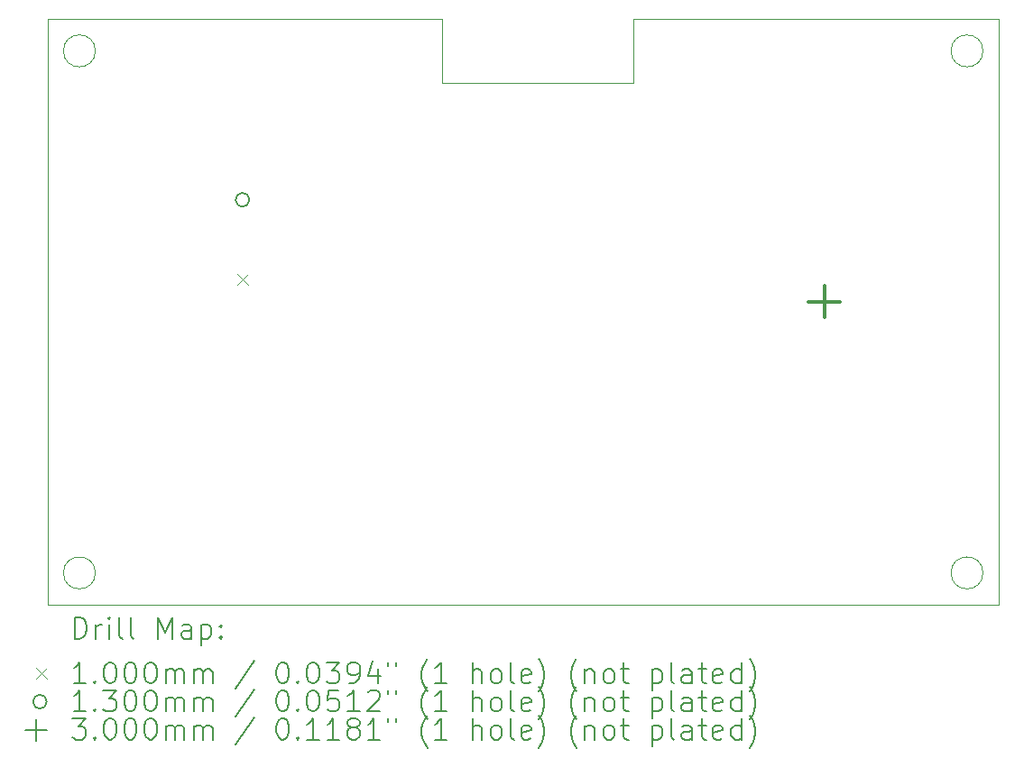
<source format=gbr>
%TF.GenerationSoftware,KiCad,Pcbnew,8.0.3-8.0.3-0~ubuntu22.04.1*%
%TF.CreationDate,2024-07-11T21:41:11+07:00*%
%TF.ProjectId,kh-gift-hw,6b682d67-6966-4742-9d68-772e6b696361,rev?*%
%TF.SameCoordinates,Original*%
%TF.FileFunction,Drillmap*%
%TF.FilePolarity,Positive*%
%FSLAX45Y45*%
G04 Gerber Fmt 4.5, Leading zero omitted, Abs format (unit mm)*
G04 Created by KiCad (PCBNEW 8.0.3-8.0.3-0~ubuntu22.04.1) date 2024-07-11 21:41:11*
%MOMM*%
%LPD*%
G01*
G04 APERTURE LIST*
%ADD10C,0.120000*%
%ADD11C,0.200000*%
%ADD12C,0.100000*%
%ADD13C,0.130000*%
%ADD14C,0.300000*%
G04 APERTURE END LIST*
D10*
X3248700Y-9249750D02*
X6948700Y-9249750D01*
X3248700Y-14753750D02*
X3248700Y-9249750D01*
X6948700Y-9849750D02*
X6948700Y-9249750D01*
X6948700Y-9849750D02*
X8748700Y-9849750D01*
X8748700Y-9249750D02*
X12178700Y-9249750D01*
X8748700Y-9849750D02*
X8748700Y-9249750D01*
X12178700Y-9249750D02*
X12178700Y-14753750D01*
X12178700Y-14753750D02*
X3248700Y-14753750D01*
X3698700Y-9549750D02*
G75*
G02*
X3398700Y-9549750I-150000J0D01*
G01*
X3398700Y-9549750D02*
G75*
G02*
X3698700Y-9549750I150000J0D01*
G01*
X3698700Y-14453750D02*
G75*
G02*
X3398700Y-14453750I-150000J0D01*
G01*
X3398700Y-14453750D02*
G75*
G02*
X3698700Y-14453750I150000J0D01*
G01*
X12028700Y-9549750D02*
G75*
G02*
X11728700Y-9549750I-150000J0D01*
G01*
X11728700Y-9549750D02*
G75*
G02*
X12028700Y-9549750I150000J0D01*
G01*
X12028700Y-14453750D02*
G75*
G02*
X11728700Y-14453750I-150000J0D01*
G01*
X11728700Y-14453750D02*
G75*
G02*
X12028700Y-14453750I150000J0D01*
G01*
D11*
D12*
X5029700Y-11648750D02*
X5129700Y-11748750D01*
X5129700Y-11648750D02*
X5029700Y-11748750D01*
D13*
X5144700Y-10948750D02*
G75*
G02*
X5014700Y-10948750I-65000J0D01*
G01*
X5014700Y-10948750D02*
G75*
G02*
X5144700Y-10948750I65000J0D01*
G01*
D14*
X10538500Y-11754880D02*
X10538500Y-12054880D01*
X10388500Y-11904880D02*
X10688500Y-11904880D01*
D11*
X3503477Y-15071234D02*
X3503477Y-14871234D01*
X3503477Y-14871234D02*
X3551096Y-14871234D01*
X3551096Y-14871234D02*
X3579667Y-14880758D01*
X3579667Y-14880758D02*
X3598715Y-14899805D01*
X3598715Y-14899805D02*
X3608239Y-14918853D01*
X3608239Y-14918853D02*
X3617762Y-14956948D01*
X3617762Y-14956948D02*
X3617762Y-14985519D01*
X3617762Y-14985519D02*
X3608239Y-15023615D01*
X3608239Y-15023615D02*
X3598715Y-15042662D01*
X3598715Y-15042662D02*
X3579667Y-15061710D01*
X3579667Y-15061710D02*
X3551096Y-15071234D01*
X3551096Y-15071234D02*
X3503477Y-15071234D01*
X3703477Y-15071234D02*
X3703477Y-14937900D01*
X3703477Y-14975996D02*
X3713001Y-14956948D01*
X3713001Y-14956948D02*
X3722524Y-14947424D01*
X3722524Y-14947424D02*
X3741572Y-14937900D01*
X3741572Y-14937900D02*
X3760620Y-14937900D01*
X3827286Y-15071234D02*
X3827286Y-14937900D01*
X3827286Y-14871234D02*
X3817762Y-14880758D01*
X3817762Y-14880758D02*
X3827286Y-14890281D01*
X3827286Y-14890281D02*
X3836810Y-14880758D01*
X3836810Y-14880758D02*
X3827286Y-14871234D01*
X3827286Y-14871234D02*
X3827286Y-14890281D01*
X3951096Y-15071234D02*
X3932048Y-15061710D01*
X3932048Y-15061710D02*
X3922524Y-15042662D01*
X3922524Y-15042662D02*
X3922524Y-14871234D01*
X4055858Y-15071234D02*
X4036810Y-15061710D01*
X4036810Y-15061710D02*
X4027286Y-15042662D01*
X4027286Y-15042662D02*
X4027286Y-14871234D01*
X4284429Y-15071234D02*
X4284429Y-14871234D01*
X4284429Y-14871234D02*
X4351096Y-15014091D01*
X4351096Y-15014091D02*
X4417763Y-14871234D01*
X4417763Y-14871234D02*
X4417763Y-15071234D01*
X4598715Y-15071234D02*
X4598715Y-14966472D01*
X4598715Y-14966472D02*
X4589191Y-14947424D01*
X4589191Y-14947424D02*
X4570144Y-14937900D01*
X4570144Y-14937900D02*
X4532048Y-14937900D01*
X4532048Y-14937900D02*
X4513001Y-14947424D01*
X4598715Y-15061710D02*
X4579667Y-15071234D01*
X4579667Y-15071234D02*
X4532048Y-15071234D01*
X4532048Y-15071234D02*
X4513001Y-15061710D01*
X4513001Y-15061710D02*
X4503477Y-15042662D01*
X4503477Y-15042662D02*
X4503477Y-15023615D01*
X4503477Y-15023615D02*
X4513001Y-15004567D01*
X4513001Y-15004567D02*
X4532048Y-14995043D01*
X4532048Y-14995043D02*
X4579667Y-14995043D01*
X4579667Y-14995043D02*
X4598715Y-14985519D01*
X4693953Y-14937900D02*
X4693953Y-15137900D01*
X4693953Y-14947424D02*
X4713001Y-14937900D01*
X4713001Y-14937900D02*
X4751096Y-14937900D01*
X4751096Y-14937900D02*
X4770144Y-14947424D01*
X4770144Y-14947424D02*
X4779667Y-14956948D01*
X4779667Y-14956948D02*
X4789191Y-14975996D01*
X4789191Y-14975996D02*
X4789191Y-15033138D01*
X4789191Y-15033138D02*
X4779667Y-15052186D01*
X4779667Y-15052186D02*
X4770144Y-15061710D01*
X4770144Y-15061710D02*
X4751096Y-15071234D01*
X4751096Y-15071234D02*
X4713001Y-15071234D01*
X4713001Y-15071234D02*
X4693953Y-15061710D01*
X4874905Y-15052186D02*
X4884429Y-15061710D01*
X4884429Y-15061710D02*
X4874905Y-15071234D01*
X4874905Y-15071234D02*
X4865382Y-15061710D01*
X4865382Y-15061710D02*
X4874905Y-15052186D01*
X4874905Y-15052186D02*
X4874905Y-15071234D01*
X4874905Y-14947424D02*
X4884429Y-14956948D01*
X4884429Y-14956948D02*
X4874905Y-14966472D01*
X4874905Y-14966472D02*
X4865382Y-14956948D01*
X4865382Y-14956948D02*
X4874905Y-14947424D01*
X4874905Y-14947424D02*
X4874905Y-14966472D01*
D12*
X3142700Y-15349750D02*
X3242700Y-15449750D01*
X3242700Y-15349750D02*
X3142700Y-15449750D01*
D11*
X3608239Y-15491234D02*
X3493953Y-15491234D01*
X3551096Y-15491234D02*
X3551096Y-15291234D01*
X3551096Y-15291234D02*
X3532048Y-15319805D01*
X3532048Y-15319805D02*
X3513001Y-15338853D01*
X3513001Y-15338853D02*
X3493953Y-15348377D01*
X3693953Y-15472186D02*
X3703477Y-15481710D01*
X3703477Y-15481710D02*
X3693953Y-15491234D01*
X3693953Y-15491234D02*
X3684429Y-15481710D01*
X3684429Y-15481710D02*
X3693953Y-15472186D01*
X3693953Y-15472186D02*
X3693953Y-15491234D01*
X3827286Y-15291234D02*
X3846334Y-15291234D01*
X3846334Y-15291234D02*
X3865382Y-15300758D01*
X3865382Y-15300758D02*
X3874905Y-15310281D01*
X3874905Y-15310281D02*
X3884429Y-15329329D01*
X3884429Y-15329329D02*
X3893953Y-15367424D01*
X3893953Y-15367424D02*
X3893953Y-15415043D01*
X3893953Y-15415043D02*
X3884429Y-15453138D01*
X3884429Y-15453138D02*
X3874905Y-15472186D01*
X3874905Y-15472186D02*
X3865382Y-15481710D01*
X3865382Y-15481710D02*
X3846334Y-15491234D01*
X3846334Y-15491234D02*
X3827286Y-15491234D01*
X3827286Y-15491234D02*
X3808239Y-15481710D01*
X3808239Y-15481710D02*
X3798715Y-15472186D01*
X3798715Y-15472186D02*
X3789191Y-15453138D01*
X3789191Y-15453138D02*
X3779667Y-15415043D01*
X3779667Y-15415043D02*
X3779667Y-15367424D01*
X3779667Y-15367424D02*
X3789191Y-15329329D01*
X3789191Y-15329329D02*
X3798715Y-15310281D01*
X3798715Y-15310281D02*
X3808239Y-15300758D01*
X3808239Y-15300758D02*
X3827286Y-15291234D01*
X4017762Y-15291234D02*
X4036810Y-15291234D01*
X4036810Y-15291234D02*
X4055858Y-15300758D01*
X4055858Y-15300758D02*
X4065382Y-15310281D01*
X4065382Y-15310281D02*
X4074905Y-15329329D01*
X4074905Y-15329329D02*
X4084429Y-15367424D01*
X4084429Y-15367424D02*
X4084429Y-15415043D01*
X4084429Y-15415043D02*
X4074905Y-15453138D01*
X4074905Y-15453138D02*
X4065382Y-15472186D01*
X4065382Y-15472186D02*
X4055858Y-15481710D01*
X4055858Y-15481710D02*
X4036810Y-15491234D01*
X4036810Y-15491234D02*
X4017762Y-15491234D01*
X4017762Y-15491234D02*
X3998715Y-15481710D01*
X3998715Y-15481710D02*
X3989191Y-15472186D01*
X3989191Y-15472186D02*
X3979667Y-15453138D01*
X3979667Y-15453138D02*
X3970143Y-15415043D01*
X3970143Y-15415043D02*
X3970143Y-15367424D01*
X3970143Y-15367424D02*
X3979667Y-15329329D01*
X3979667Y-15329329D02*
X3989191Y-15310281D01*
X3989191Y-15310281D02*
X3998715Y-15300758D01*
X3998715Y-15300758D02*
X4017762Y-15291234D01*
X4208239Y-15291234D02*
X4227286Y-15291234D01*
X4227286Y-15291234D02*
X4246334Y-15300758D01*
X4246334Y-15300758D02*
X4255858Y-15310281D01*
X4255858Y-15310281D02*
X4265382Y-15329329D01*
X4265382Y-15329329D02*
X4274905Y-15367424D01*
X4274905Y-15367424D02*
X4274905Y-15415043D01*
X4274905Y-15415043D02*
X4265382Y-15453138D01*
X4265382Y-15453138D02*
X4255858Y-15472186D01*
X4255858Y-15472186D02*
X4246334Y-15481710D01*
X4246334Y-15481710D02*
X4227286Y-15491234D01*
X4227286Y-15491234D02*
X4208239Y-15491234D01*
X4208239Y-15491234D02*
X4189191Y-15481710D01*
X4189191Y-15481710D02*
X4179667Y-15472186D01*
X4179667Y-15472186D02*
X4170143Y-15453138D01*
X4170143Y-15453138D02*
X4160620Y-15415043D01*
X4160620Y-15415043D02*
X4160620Y-15367424D01*
X4160620Y-15367424D02*
X4170143Y-15329329D01*
X4170143Y-15329329D02*
X4179667Y-15310281D01*
X4179667Y-15310281D02*
X4189191Y-15300758D01*
X4189191Y-15300758D02*
X4208239Y-15291234D01*
X4360620Y-15491234D02*
X4360620Y-15357900D01*
X4360620Y-15376948D02*
X4370144Y-15367424D01*
X4370144Y-15367424D02*
X4389191Y-15357900D01*
X4389191Y-15357900D02*
X4417763Y-15357900D01*
X4417763Y-15357900D02*
X4436810Y-15367424D01*
X4436810Y-15367424D02*
X4446334Y-15386472D01*
X4446334Y-15386472D02*
X4446334Y-15491234D01*
X4446334Y-15386472D02*
X4455858Y-15367424D01*
X4455858Y-15367424D02*
X4474905Y-15357900D01*
X4474905Y-15357900D02*
X4503477Y-15357900D01*
X4503477Y-15357900D02*
X4522525Y-15367424D01*
X4522525Y-15367424D02*
X4532048Y-15386472D01*
X4532048Y-15386472D02*
X4532048Y-15491234D01*
X4627286Y-15491234D02*
X4627286Y-15357900D01*
X4627286Y-15376948D02*
X4636810Y-15367424D01*
X4636810Y-15367424D02*
X4655858Y-15357900D01*
X4655858Y-15357900D02*
X4684429Y-15357900D01*
X4684429Y-15357900D02*
X4703477Y-15367424D01*
X4703477Y-15367424D02*
X4713001Y-15386472D01*
X4713001Y-15386472D02*
X4713001Y-15491234D01*
X4713001Y-15386472D02*
X4722525Y-15367424D01*
X4722525Y-15367424D02*
X4741572Y-15357900D01*
X4741572Y-15357900D02*
X4770144Y-15357900D01*
X4770144Y-15357900D02*
X4789191Y-15367424D01*
X4789191Y-15367424D02*
X4798715Y-15386472D01*
X4798715Y-15386472D02*
X4798715Y-15491234D01*
X5189191Y-15281710D02*
X5017763Y-15538853D01*
X5446334Y-15291234D02*
X5465382Y-15291234D01*
X5465382Y-15291234D02*
X5484429Y-15300758D01*
X5484429Y-15300758D02*
X5493953Y-15310281D01*
X5493953Y-15310281D02*
X5503477Y-15329329D01*
X5503477Y-15329329D02*
X5513001Y-15367424D01*
X5513001Y-15367424D02*
X5513001Y-15415043D01*
X5513001Y-15415043D02*
X5503477Y-15453138D01*
X5503477Y-15453138D02*
X5493953Y-15472186D01*
X5493953Y-15472186D02*
X5484429Y-15481710D01*
X5484429Y-15481710D02*
X5465382Y-15491234D01*
X5465382Y-15491234D02*
X5446334Y-15491234D01*
X5446334Y-15491234D02*
X5427287Y-15481710D01*
X5427287Y-15481710D02*
X5417763Y-15472186D01*
X5417763Y-15472186D02*
X5408239Y-15453138D01*
X5408239Y-15453138D02*
X5398715Y-15415043D01*
X5398715Y-15415043D02*
X5398715Y-15367424D01*
X5398715Y-15367424D02*
X5408239Y-15329329D01*
X5408239Y-15329329D02*
X5417763Y-15310281D01*
X5417763Y-15310281D02*
X5427287Y-15300758D01*
X5427287Y-15300758D02*
X5446334Y-15291234D01*
X5598715Y-15472186D02*
X5608239Y-15481710D01*
X5608239Y-15481710D02*
X5598715Y-15491234D01*
X5598715Y-15491234D02*
X5589191Y-15481710D01*
X5589191Y-15481710D02*
X5598715Y-15472186D01*
X5598715Y-15472186D02*
X5598715Y-15491234D01*
X5732048Y-15291234D02*
X5751096Y-15291234D01*
X5751096Y-15291234D02*
X5770144Y-15300758D01*
X5770144Y-15300758D02*
X5779667Y-15310281D01*
X5779667Y-15310281D02*
X5789191Y-15329329D01*
X5789191Y-15329329D02*
X5798715Y-15367424D01*
X5798715Y-15367424D02*
X5798715Y-15415043D01*
X5798715Y-15415043D02*
X5789191Y-15453138D01*
X5789191Y-15453138D02*
X5779667Y-15472186D01*
X5779667Y-15472186D02*
X5770144Y-15481710D01*
X5770144Y-15481710D02*
X5751096Y-15491234D01*
X5751096Y-15491234D02*
X5732048Y-15491234D01*
X5732048Y-15491234D02*
X5713001Y-15481710D01*
X5713001Y-15481710D02*
X5703477Y-15472186D01*
X5703477Y-15472186D02*
X5693953Y-15453138D01*
X5693953Y-15453138D02*
X5684429Y-15415043D01*
X5684429Y-15415043D02*
X5684429Y-15367424D01*
X5684429Y-15367424D02*
X5693953Y-15329329D01*
X5693953Y-15329329D02*
X5703477Y-15310281D01*
X5703477Y-15310281D02*
X5713001Y-15300758D01*
X5713001Y-15300758D02*
X5732048Y-15291234D01*
X5865382Y-15291234D02*
X5989191Y-15291234D01*
X5989191Y-15291234D02*
X5922525Y-15367424D01*
X5922525Y-15367424D02*
X5951096Y-15367424D01*
X5951096Y-15367424D02*
X5970144Y-15376948D01*
X5970144Y-15376948D02*
X5979667Y-15386472D01*
X5979667Y-15386472D02*
X5989191Y-15405519D01*
X5989191Y-15405519D02*
X5989191Y-15453138D01*
X5989191Y-15453138D02*
X5979667Y-15472186D01*
X5979667Y-15472186D02*
X5970144Y-15481710D01*
X5970144Y-15481710D02*
X5951096Y-15491234D01*
X5951096Y-15491234D02*
X5893953Y-15491234D01*
X5893953Y-15491234D02*
X5874906Y-15481710D01*
X5874906Y-15481710D02*
X5865382Y-15472186D01*
X6084429Y-15491234D02*
X6122525Y-15491234D01*
X6122525Y-15491234D02*
X6141572Y-15481710D01*
X6141572Y-15481710D02*
X6151096Y-15472186D01*
X6151096Y-15472186D02*
X6170144Y-15443615D01*
X6170144Y-15443615D02*
X6179667Y-15405519D01*
X6179667Y-15405519D02*
X6179667Y-15329329D01*
X6179667Y-15329329D02*
X6170144Y-15310281D01*
X6170144Y-15310281D02*
X6160620Y-15300758D01*
X6160620Y-15300758D02*
X6141572Y-15291234D01*
X6141572Y-15291234D02*
X6103477Y-15291234D01*
X6103477Y-15291234D02*
X6084429Y-15300758D01*
X6084429Y-15300758D02*
X6074906Y-15310281D01*
X6074906Y-15310281D02*
X6065382Y-15329329D01*
X6065382Y-15329329D02*
X6065382Y-15376948D01*
X6065382Y-15376948D02*
X6074906Y-15395996D01*
X6074906Y-15395996D02*
X6084429Y-15405519D01*
X6084429Y-15405519D02*
X6103477Y-15415043D01*
X6103477Y-15415043D02*
X6141572Y-15415043D01*
X6141572Y-15415043D02*
X6160620Y-15405519D01*
X6160620Y-15405519D02*
X6170144Y-15395996D01*
X6170144Y-15395996D02*
X6179667Y-15376948D01*
X6351096Y-15357900D02*
X6351096Y-15491234D01*
X6303477Y-15281710D02*
X6255858Y-15424567D01*
X6255858Y-15424567D02*
X6379667Y-15424567D01*
X6446334Y-15291234D02*
X6446334Y-15329329D01*
X6522525Y-15291234D02*
X6522525Y-15329329D01*
X6817763Y-15567424D02*
X6808239Y-15557900D01*
X6808239Y-15557900D02*
X6789191Y-15529329D01*
X6789191Y-15529329D02*
X6779668Y-15510281D01*
X6779668Y-15510281D02*
X6770144Y-15481710D01*
X6770144Y-15481710D02*
X6760620Y-15434091D01*
X6760620Y-15434091D02*
X6760620Y-15395996D01*
X6760620Y-15395996D02*
X6770144Y-15348377D01*
X6770144Y-15348377D02*
X6779668Y-15319805D01*
X6779668Y-15319805D02*
X6789191Y-15300758D01*
X6789191Y-15300758D02*
X6808239Y-15272186D01*
X6808239Y-15272186D02*
X6817763Y-15262662D01*
X6998715Y-15491234D02*
X6884429Y-15491234D01*
X6941572Y-15491234D02*
X6941572Y-15291234D01*
X6941572Y-15291234D02*
X6922525Y-15319805D01*
X6922525Y-15319805D02*
X6903477Y-15338853D01*
X6903477Y-15338853D02*
X6884429Y-15348377D01*
X7236810Y-15491234D02*
X7236810Y-15291234D01*
X7322525Y-15491234D02*
X7322525Y-15386472D01*
X7322525Y-15386472D02*
X7313001Y-15367424D01*
X7313001Y-15367424D02*
X7293953Y-15357900D01*
X7293953Y-15357900D02*
X7265382Y-15357900D01*
X7265382Y-15357900D02*
X7246334Y-15367424D01*
X7246334Y-15367424D02*
X7236810Y-15376948D01*
X7446334Y-15491234D02*
X7427287Y-15481710D01*
X7427287Y-15481710D02*
X7417763Y-15472186D01*
X7417763Y-15472186D02*
X7408239Y-15453138D01*
X7408239Y-15453138D02*
X7408239Y-15395996D01*
X7408239Y-15395996D02*
X7417763Y-15376948D01*
X7417763Y-15376948D02*
X7427287Y-15367424D01*
X7427287Y-15367424D02*
X7446334Y-15357900D01*
X7446334Y-15357900D02*
X7474906Y-15357900D01*
X7474906Y-15357900D02*
X7493953Y-15367424D01*
X7493953Y-15367424D02*
X7503477Y-15376948D01*
X7503477Y-15376948D02*
X7513001Y-15395996D01*
X7513001Y-15395996D02*
X7513001Y-15453138D01*
X7513001Y-15453138D02*
X7503477Y-15472186D01*
X7503477Y-15472186D02*
X7493953Y-15481710D01*
X7493953Y-15481710D02*
X7474906Y-15491234D01*
X7474906Y-15491234D02*
X7446334Y-15491234D01*
X7627287Y-15491234D02*
X7608239Y-15481710D01*
X7608239Y-15481710D02*
X7598715Y-15462662D01*
X7598715Y-15462662D02*
X7598715Y-15291234D01*
X7779668Y-15481710D02*
X7760620Y-15491234D01*
X7760620Y-15491234D02*
X7722525Y-15491234D01*
X7722525Y-15491234D02*
X7703477Y-15481710D01*
X7703477Y-15481710D02*
X7693953Y-15462662D01*
X7693953Y-15462662D02*
X7693953Y-15386472D01*
X7693953Y-15386472D02*
X7703477Y-15367424D01*
X7703477Y-15367424D02*
X7722525Y-15357900D01*
X7722525Y-15357900D02*
X7760620Y-15357900D01*
X7760620Y-15357900D02*
X7779668Y-15367424D01*
X7779668Y-15367424D02*
X7789191Y-15386472D01*
X7789191Y-15386472D02*
X7789191Y-15405519D01*
X7789191Y-15405519D02*
X7693953Y-15424567D01*
X7855858Y-15567424D02*
X7865382Y-15557900D01*
X7865382Y-15557900D02*
X7884430Y-15529329D01*
X7884430Y-15529329D02*
X7893953Y-15510281D01*
X7893953Y-15510281D02*
X7903477Y-15481710D01*
X7903477Y-15481710D02*
X7913001Y-15434091D01*
X7913001Y-15434091D02*
X7913001Y-15395996D01*
X7913001Y-15395996D02*
X7903477Y-15348377D01*
X7903477Y-15348377D02*
X7893953Y-15319805D01*
X7893953Y-15319805D02*
X7884430Y-15300758D01*
X7884430Y-15300758D02*
X7865382Y-15272186D01*
X7865382Y-15272186D02*
X7855858Y-15262662D01*
X8217763Y-15567424D02*
X8208239Y-15557900D01*
X8208239Y-15557900D02*
X8189191Y-15529329D01*
X8189191Y-15529329D02*
X8179668Y-15510281D01*
X8179668Y-15510281D02*
X8170144Y-15481710D01*
X8170144Y-15481710D02*
X8160620Y-15434091D01*
X8160620Y-15434091D02*
X8160620Y-15395996D01*
X8160620Y-15395996D02*
X8170144Y-15348377D01*
X8170144Y-15348377D02*
X8179668Y-15319805D01*
X8179668Y-15319805D02*
X8189191Y-15300758D01*
X8189191Y-15300758D02*
X8208239Y-15272186D01*
X8208239Y-15272186D02*
X8217763Y-15262662D01*
X8293953Y-15357900D02*
X8293953Y-15491234D01*
X8293953Y-15376948D02*
X8303477Y-15367424D01*
X8303477Y-15367424D02*
X8322525Y-15357900D01*
X8322525Y-15357900D02*
X8351096Y-15357900D01*
X8351096Y-15357900D02*
X8370144Y-15367424D01*
X8370144Y-15367424D02*
X8379668Y-15386472D01*
X8379668Y-15386472D02*
X8379668Y-15491234D01*
X8503477Y-15491234D02*
X8484430Y-15481710D01*
X8484430Y-15481710D02*
X8474906Y-15472186D01*
X8474906Y-15472186D02*
X8465382Y-15453138D01*
X8465382Y-15453138D02*
X8465382Y-15395996D01*
X8465382Y-15395996D02*
X8474906Y-15376948D01*
X8474906Y-15376948D02*
X8484430Y-15367424D01*
X8484430Y-15367424D02*
X8503477Y-15357900D01*
X8503477Y-15357900D02*
X8532049Y-15357900D01*
X8532049Y-15357900D02*
X8551096Y-15367424D01*
X8551096Y-15367424D02*
X8560620Y-15376948D01*
X8560620Y-15376948D02*
X8570144Y-15395996D01*
X8570144Y-15395996D02*
X8570144Y-15453138D01*
X8570144Y-15453138D02*
X8560620Y-15472186D01*
X8560620Y-15472186D02*
X8551096Y-15481710D01*
X8551096Y-15481710D02*
X8532049Y-15491234D01*
X8532049Y-15491234D02*
X8503477Y-15491234D01*
X8627287Y-15357900D02*
X8703477Y-15357900D01*
X8655858Y-15291234D02*
X8655858Y-15462662D01*
X8655858Y-15462662D02*
X8665382Y-15481710D01*
X8665382Y-15481710D02*
X8684430Y-15491234D01*
X8684430Y-15491234D02*
X8703477Y-15491234D01*
X8922525Y-15357900D02*
X8922525Y-15557900D01*
X8922525Y-15367424D02*
X8941573Y-15357900D01*
X8941573Y-15357900D02*
X8979668Y-15357900D01*
X8979668Y-15357900D02*
X8998715Y-15367424D01*
X8998715Y-15367424D02*
X9008239Y-15376948D01*
X9008239Y-15376948D02*
X9017763Y-15395996D01*
X9017763Y-15395996D02*
X9017763Y-15453138D01*
X9017763Y-15453138D02*
X9008239Y-15472186D01*
X9008239Y-15472186D02*
X8998715Y-15481710D01*
X8998715Y-15481710D02*
X8979668Y-15491234D01*
X8979668Y-15491234D02*
X8941573Y-15491234D01*
X8941573Y-15491234D02*
X8922525Y-15481710D01*
X9132049Y-15491234D02*
X9113001Y-15481710D01*
X9113001Y-15481710D02*
X9103477Y-15462662D01*
X9103477Y-15462662D02*
X9103477Y-15291234D01*
X9293954Y-15491234D02*
X9293954Y-15386472D01*
X9293954Y-15386472D02*
X9284430Y-15367424D01*
X9284430Y-15367424D02*
X9265382Y-15357900D01*
X9265382Y-15357900D02*
X9227287Y-15357900D01*
X9227287Y-15357900D02*
X9208239Y-15367424D01*
X9293954Y-15481710D02*
X9274906Y-15491234D01*
X9274906Y-15491234D02*
X9227287Y-15491234D01*
X9227287Y-15491234D02*
X9208239Y-15481710D01*
X9208239Y-15481710D02*
X9198715Y-15462662D01*
X9198715Y-15462662D02*
X9198715Y-15443615D01*
X9198715Y-15443615D02*
X9208239Y-15424567D01*
X9208239Y-15424567D02*
X9227287Y-15415043D01*
X9227287Y-15415043D02*
X9274906Y-15415043D01*
X9274906Y-15415043D02*
X9293954Y-15405519D01*
X9360620Y-15357900D02*
X9436811Y-15357900D01*
X9389192Y-15291234D02*
X9389192Y-15462662D01*
X9389192Y-15462662D02*
X9398715Y-15481710D01*
X9398715Y-15481710D02*
X9417763Y-15491234D01*
X9417763Y-15491234D02*
X9436811Y-15491234D01*
X9579668Y-15481710D02*
X9560620Y-15491234D01*
X9560620Y-15491234D02*
X9522525Y-15491234D01*
X9522525Y-15491234D02*
X9503477Y-15481710D01*
X9503477Y-15481710D02*
X9493954Y-15462662D01*
X9493954Y-15462662D02*
X9493954Y-15386472D01*
X9493954Y-15386472D02*
X9503477Y-15367424D01*
X9503477Y-15367424D02*
X9522525Y-15357900D01*
X9522525Y-15357900D02*
X9560620Y-15357900D01*
X9560620Y-15357900D02*
X9579668Y-15367424D01*
X9579668Y-15367424D02*
X9589192Y-15386472D01*
X9589192Y-15386472D02*
X9589192Y-15405519D01*
X9589192Y-15405519D02*
X9493954Y-15424567D01*
X9760620Y-15491234D02*
X9760620Y-15291234D01*
X9760620Y-15481710D02*
X9741573Y-15491234D01*
X9741573Y-15491234D02*
X9703477Y-15491234D01*
X9703477Y-15491234D02*
X9684430Y-15481710D01*
X9684430Y-15481710D02*
X9674906Y-15472186D01*
X9674906Y-15472186D02*
X9665382Y-15453138D01*
X9665382Y-15453138D02*
X9665382Y-15395996D01*
X9665382Y-15395996D02*
X9674906Y-15376948D01*
X9674906Y-15376948D02*
X9684430Y-15367424D01*
X9684430Y-15367424D02*
X9703477Y-15357900D01*
X9703477Y-15357900D02*
X9741573Y-15357900D01*
X9741573Y-15357900D02*
X9760620Y-15367424D01*
X9836811Y-15567424D02*
X9846335Y-15557900D01*
X9846335Y-15557900D02*
X9865382Y-15529329D01*
X9865382Y-15529329D02*
X9874906Y-15510281D01*
X9874906Y-15510281D02*
X9884430Y-15481710D01*
X9884430Y-15481710D02*
X9893954Y-15434091D01*
X9893954Y-15434091D02*
X9893954Y-15395996D01*
X9893954Y-15395996D02*
X9884430Y-15348377D01*
X9884430Y-15348377D02*
X9874906Y-15319805D01*
X9874906Y-15319805D02*
X9865382Y-15300758D01*
X9865382Y-15300758D02*
X9846335Y-15272186D01*
X9846335Y-15272186D02*
X9836811Y-15262662D01*
D13*
X3242700Y-15663750D02*
G75*
G02*
X3112700Y-15663750I-65000J0D01*
G01*
X3112700Y-15663750D02*
G75*
G02*
X3242700Y-15663750I65000J0D01*
G01*
D11*
X3608239Y-15755234D02*
X3493953Y-15755234D01*
X3551096Y-15755234D02*
X3551096Y-15555234D01*
X3551096Y-15555234D02*
X3532048Y-15583805D01*
X3532048Y-15583805D02*
X3513001Y-15602853D01*
X3513001Y-15602853D02*
X3493953Y-15612377D01*
X3693953Y-15736186D02*
X3703477Y-15745710D01*
X3703477Y-15745710D02*
X3693953Y-15755234D01*
X3693953Y-15755234D02*
X3684429Y-15745710D01*
X3684429Y-15745710D02*
X3693953Y-15736186D01*
X3693953Y-15736186D02*
X3693953Y-15755234D01*
X3770143Y-15555234D02*
X3893953Y-15555234D01*
X3893953Y-15555234D02*
X3827286Y-15631424D01*
X3827286Y-15631424D02*
X3855858Y-15631424D01*
X3855858Y-15631424D02*
X3874905Y-15640948D01*
X3874905Y-15640948D02*
X3884429Y-15650472D01*
X3884429Y-15650472D02*
X3893953Y-15669519D01*
X3893953Y-15669519D02*
X3893953Y-15717138D01*
X3893953Y-15717138D02*
X3884429Y-15736186D01*
X3884429Y-15736186D02*
X3874905Y-15745710D01*
X3874905Y-15745710D02*
X3855858Y-15755234D01*
X3855858Y-15755234D02*
X3798715Y-15755234D01*
X3798715Y-15755234D02*
X3779667Y-15745710D01*
X3779667Y-15745710D02*
X3770143Y-15736186D01*
X4017762Y-15555234D02*
X4036810Y-15555234D01*
X4036810Y-15555234D02*
X4055858Y-15564758D01*
X4055858Y-15564758D02*
X4065382Y-15574281D01*
X4065382Y-15574281D02*
X4074905Y-15593329D01*
X4074905Y-15593329D02*
X4084429Y-15631424D01*
X4084429Y-15631424D02*
X4084429Y-15679043D01*
X4084429Y-15679043D02*
X4074905Y-15717138D01*
X4074905Y-15717138D02*
X4065382Y-15736186D01*
X4065382Y-15736186D02*
X4055858Y-15745710D01*
X4055858Y-15745710D02*
X4036810Y-15755234D01*
X4036810Y-15755234D02*
X4017762Y-15755234D01*
X4017762Y-15755234D02*
X3998715Y-15745710D01*
X3998715Y-15745710D02*
X3989191Y-15736186D01*
X3989191Y-15736186D02*
X3979667Y-15717138D01*
X3979667Y-15717138D02*
X3970143Y-15679043D01*
X3970143Y-15679043D02*
X3970143Y-15631424D01*
X3970143Y-15631424D02*
X3979667Y-15593329D01*
X3979667Y-15593329D02*
X3989191Y-15574281D01*
X3989191Y-15574281D02*
X3998715Y-15564758D01*
X3998715Y-15564758D02*
X4017762Y-15555234D01*
X4208239Y-15555234D02*
X4227286Y-15555234D01*
X4227286Y-15555234D02*
X4246334Y-15564758D01*
X4246334Y-15564758D02*
X4255858Y-15574281D01*
X4255858Y-15574281D02*
X4265382Y-15593329D01*
X4265382Y-15593329D02*
X4274905Y-15631424D01*
X4274905Y-15631424D02*
X4274905Y-15679043D01*
X4274905Y-15679043D02*
X4265382Y-15717138D01*
X4265382Y-15717138D02*
X4255858Y-15736186D01*
X4255858Y-15736186D02*
X4246334Y-15745710D01*
X4246334Y-15745710D02*
X4227286Y-15755234D01*
X4227286Y-15755234D02*
X4208239Y-15755234D01*
X4208239Y-15755234D02*
X4189191Y-15745710D01*
X4189191Y-15745710D02*
X4179667Y-15736186D01*
X4179667Y-15736186D02*
X4170143Y-15717138D01*
X4170143Y-15717138D02*
X4160620Y-15679043D01*
X4160620Y-15679043D02*
X4160620Y-15631424D01*
X4160620Y-15631424D02*
X4170143Y-15593329D01*
X4170143Y-15593329D02*
X4179667Y-15574281D01*
X4179667Y-15574281D02*
X4189191Y-15564758D01*
X4189191Y-15564758D02*
X4208239Y-15555234D01*
X4360620Y-15755234D02*
X4360620Y-15621900D01*
X4360620Y-15640948D02*
X4370144Y-15631424D01*
X4370144Y-15631424D02*
X4389191Y-15621900D01*
X4389191Y-15621900D02*
X4417763Y-15621900D01*
X4417763Y-15621900D02*
X4436810Y-15631424D01*
X4436810Y-15631424D02*
X4446334Y-15650472D01*
X4446334Y-15650472D02*
X4446334Y-15755234D01*
X4446334Y-15650472D02*
X4455858Y-15631424D01*
X4455858Y-15631424D02*
X4474905Y-15621900D01*
X4474905Y-15621900D02*
X4503477Y-15621900D01*
X4503477Y-15621900D02*
X4522525Y-15631424D01*
X4522525Y-15631424D02*
X4532048Y-15650472D01*
X4532048Y-15650472D02*
X4532048Y-15755234D01*
X4627286Y-15755234D02*
X4627286Y-15621900D01*
X4627286Y-15640948D02*
X4636810Y-15631424D01*
X4636810Y-15631424D02*
X4655858Y-15621900D01*
X4655858Y-15621900D02*
X4684429Y-15621900D01*
X4684429Y-15621900D02*
X4703477Y-15631424D01*
X4703477Y-15631424D02*
X4713001Y-15650472D01*
X4713001Y-15650472D02*
X4713001Y-15755234D01*
X4713001Y-15650472D02*
X4722525Y-15631424D01*
X4722525Y-15631424D02*
X4741572Y-15621900D01*
X4741572Y-15621900D02*
X4770144Y-15621900D01*
X4770144Y-15621900D02*
X4789191Y-15631424D01*
X4789191Y-15631424D02*
X4798715Y-15650472D01*
X4798715Y-15650472D02*
X4798715Y-15755234D01*
X5189191Y-15545710D02*
X5017763Y-15802853D01*
X5446334Y-15555234D02*
X5465382Y-15555234D01*
X5465382Y-15555234D02*
X5484429Y-15564758D01*
X5484429Y-15564758D02*
X5493953Y-15574281D01*
X5493953Y-15574281D02*
X5503477Y-15593329D01*
X5503477Y-15593329D02*
X5513001Y-15631424D01*
X5513001Y-15631424D02*
X5513001Y-15679043D01*
X5513001Y-15679043D02*
X5503477Y-15717138D01*
X5503477Y-15717138D02*
X5493953Y-15736186D01*
X5493953Y-15736186D02*
X5484429Y-15745710D01*
X5484429Y-15745710D02*
X5465382Y-15755234D01*
X5465382Y-15755234D02*
X5446334Y-15755234D01*
X5446334Y-15755234D02*
X5427287Y-15745710D01*
X5427287Y-15745710D02*
X5417763Y-15736186D01*
X5417763Y-15736186D02*
X5408239Y-15717138D01*
X5408239Y-15717138D02*
X5398715Y-15679043D01*
X5398715Y-15679043D02*
X5398715Y-15631424D01*
X5398715Y-15631424D02*
X5408239Y-15593329D01*
X5408239Y-15593329D02*
X5417763Y-15574281D01*
X5417763Y-15574281D02*
X5427287Y-15564758D01*
X5427287Y-15564758D02*
X5446334Y-15555234D01*
X5598715Y-15736186D02*
X5608239Y-15745710D01*
X5608239Y-15745710D02*
X5598715Y-15755234D01*
X5598715Y-15755234D02*
X5589191Y-15745710D01*
X5589191Y-15745710D02*
X5598715Y-15736186D01*
X5598715Y-15736186D02*
X5598715Y-15755234D01*
X5732048Y-15555234D02*
X5751096Y-15555234D01*
X5751096Y-15555234D02*
X5770144Y-15564758D01*
X5770144Y-15564758D02*
X5779667Y-15574281D01*
X5779667Y-15574281D02*
X5789191Y-15593329D01*
X5789191Y-15593329D02*
X5798715Y-15631424D01*
X5798715Y-15631424D02*
X5798715Y-15679043D01*
X5798715Y-15679043D02*
X5789191Y-15717138D01*
X5789191Y-15717138D02*
X5779667Y-15736186D01*
X5779667Y-15736186D02*
X5770144Y-15745710D01*
X5770144Y-15745710D02*
X5751096Y-15755234D01*
X5751096Y-15755234D02*
X5732048Y-15755234D01*
X5732048Y-15755234D02*
X5713001Y-15745710D01*
X5713001Y-15745710D02*
X5703477Y-15736186D01*
X5703477Y-15736186D02*
X5693953Y-15717138D01*
X5693953Y-15717138D02*
X5684429Y-15679043D01*
X5684429Y-15679043D02*
X5684429Y-15631424D01*
X5684429Y-15631424D02*
X5693953Y-15593329D01*
X5693953Y-15593329D02*
X5703477Y-15574281D01*
X5703477Y-15574281D02*
X5713001Y-15564758D01*
X5713001Y-15564758D02*
X5732048Y-15555234D01*
X5979667Y-15555234D02*
X5884429Y-15555234D01*
X5884429Y-15555234D02*
X5874906Y-15650472D01*
X5874906Y-15650472D02*
X5884429Y-15640948D01*
X5884429Y-15640948D02*
X5903477Y-15631424D01*
X5903477Y-15631424D02*
X5951096Y-15631424D01*
X5951096Y-15631424D02*
X5970144Y-15640948D01*
X5970144Y-15640948D02*
X5979667Y-15650472D01*
X5979667Y-15650472D02*
X5989191Y-15669519D01*
X5989191Y-15669519D02*
X5989191Y-15717138D01*
X5989191Y-15717138D02*
X5979667Y-15736186D01*
X5979667Y-15736186D02*
X5970144Y-15745710D01*
X5970144Y-15745710D02*
X5951096Y-15755234D01*
X5951096Y-15755234D02*
X5903477Y-15755234D01*
X5903477Y-15755234D02*
X5884429Y-15745710D01*
X5884429Y-15745710D02*
X5874906Y-15736186D01*
X6179667Y-15755234D02*
X6065382Y-15755234D01*
X6122525Y-15755234D02*
X6122525Y-15555234D01*
X6122525Y-15555234D02*
X6103477Y-15583805D01*
X6103477Y-15583805D02*
X6084429Y-15602853D01*
X6084429Y-15602853D02*
X6065382Y-15612377D01*
X6255858Y-15574281D02*
X6265382Y-15564758D01*
X6265382Y-15564758D02*
X6284429Y-15555234D01*
X6284429Y-15555234D02*
X6332048Y-15555234D01*
X6332048Y-15555234D02*
X6351096Y-15564758D01*
X6351096Y-15564758D02*
X6360620Y-15574281D01*
X6360620Y-15574281D02*
X6370144Y-15593329D01*
X6370144Y-15593329D02*
X6370144Y-15612377D01*
X6370144Y-15612377D02*
X6360620Y-15640948D01*
X6360620Y-15640948D02*
X6246334Y-15755234D01*
X6246334Y-15755234D02*
X6370144Y-15755234D01*
X6446334Y-15555234D02*
X6446334Y-15593329D01*
X6522525Y-15555234D02*
X6522525Y-15593329D01*
X6817763Y-15831424D02*
X6808239Y-15821900D01*
X6808239Y-15821900D02*
X6789191Y-15793329D01*
X6789191Y-15793329D02*
X6779668Y-15774281D01*
X6779668Y-15774281D02*
X6770144Y-15745710D01*
X6770144Y-15745710D02*
X6760620Y-15698091D01*
X6760620Y-15698091D02*
X6760620Y-15659996D01*
X6760620Y-15659996D02*
X6770144Y-15612377D01*
X6770144Y-15612377D02*
X6779668Y-15583805D01*
X6779668Y-15583805D02*
X6789191Y-15564758D01*
X6789191Y-15564758D02*
X6808239Y-15536186D01*
X6808239Y-15536186D02*
X6817763Y-15526662D01*
X6998715Y-15755234D02*
X6884429Y-15755234D01*
X6941572Y-15755234D02*
X6941572Y-15555234D01*
X6941572Y-15555234D02*
X6922525Y-15583805D01*
X6922525Y-15583805D02*
X6903477Y-15602853D01*
X6903477Y-15602853D02*
X6884429Y-15612377D01*
X7236810Y-15755234D02*
X7236810Y-15555234D01*
X7322525Y-15755234D02*
X7322525Y-15650472D01*
X7322525Y-15650472D02*
X7313001Y-15631424D01*
X7313001Y-15631424D02*
X7293953Y-15621900D01*
X7293953Y-15621900D02*
X7265382Y-15621900D01*
X7265382Y-15621900D02*
X7246334Y-15631424D01*
X7246334Y-15631424D02*
X7236810Y-15640948D01*
X7446334Y-15755234D02*
X7427287Y-15745710D01*
X7427287Y-15745710D02*
X7417763Y-15736186D01*
X7417763Y-15736186D02*
X7408239Y-15717138D01*
X7408239Y-15717138D02*
X7408239Y-15659996D01*
X7408239Y-15659996D02*
X7417763Y-15640948D01*
X7417763Y-15640948D02*
X7427287Y-15631424D01*
X7427287Y-15631424D02*
X7446334Y-15621900D01*
X7446334Y-15621900D02*
X7474906Y-15621900D01*
X7474906Y-15621900D02*
X7493953Y-15631424D01*
X7493953Y-15631424D02*
X7503477Y-15640948D01*
X7503477Y-15640948D02*
X7513001Y-15659996D01*
X7513001Y-15659996D02*
X7513001Y-15717138D01*
X7513001Y-15717138D02*
X7503477Y-15736186D01*
X7503477Y-15736186D02*
X7493953Y-15745710D01*
X7493953Y-15745710D02*
X7474906Y-15755234D01*
X7474906Y-15755234D02*
X7446334Y-15755234D01*
X7627287Y-15755234D02*
X7608239Y-15745710D01*
X7608239Y-15745710D02*
X7598715Y-15726662D01*
X7598715Y-15726662D02*
X7598715Y-15555234D01*
X7779668Y-15745710D02*
X7760620Y-15755234D01*
X7760620Y-15755234D02*
X7722525Y-15755234D01*
X7722525Y-15755234D02*
X7703477Y-15745710D01*
X7703477Y-15745710D02*
X7693953Y-15726662D01*
X7693953Y-15726662D02*
X7693953Y-15650472D01*
X7693953Y-15650472D02*
X7703477Y-15631424D01*
X7703477Y-15631424D02*
X7722525Y-15621900D01*
X7722525Y-15621900D02*
X7760620Y-15621900D01*
X7760620Y-15621900D02*
X7779668Y-15631424D01*
X7779668Y-15631424D02*
X7789191Y-15650472D01*
X7789191Y-15650472D02*
X7789191Y-15669519D01*
X7789191Y-15669519D02*
X7693953Y-15688567D01*
X7855858Y-15831424D02*
X7865382Y-15821900D01*
X7865382Y-15821900D02*
X7884430Y-15793329D01*
X7884430Y-15793329D02*
X7893953Y-15774281D01*
X7893953Y-15774281D02*
X7903477Y-15745710D01*
X7903477Y-15745710D02*
X7913001Y-15698091D01*
X7913001Y-15698091D02*
X7913001Y-15659996D01*
X7913001Y-15659996D02*
X7903477Y-15612377D01*
X7903477Y-15612377D02*
X7893953Y-15583805D01*
X7893953Y-15583805D02*
X7884430Y-15564758D01*
X7884430Y-15564758D02*
X7865382Y-15536186D01*
X7865382Y-15536186D02*
X7855858Y-15526662D01*
X8217763Y-15831424D02*
X8208239Y-15821900D01*
X8208239Y-15821900D02*
X8189191Y-15793329D01*
X8189191Y-15793329D02*
X8179668Y-15774281D01*
X8179668Y-15774281D02*
X8170144Y-15745710D01*
X8170144Y-15745710D02*
X8160620Y-15698091D01*
X8160620Y-15698091D02*
X8160620Y-15659996D01*
X8160620Y-15659996D02*
X8170144Y-15612377D01*
X8170144Y-15612377D02*
X8179668Y-15583805D01*
X8179668Y-15583805D02*
X8189191Y-15564758D01*
X8189191Y-15564758D02*
X8208239Y-15536186D01*
X8208239Y-15536186D02*
X8217763Y-15526662D01*
X8293953Y-15621900D02*
X8293953Y-15755234D01*
X8293953Y-15640948D02*
X8303477Y-15631424D01*
X8303477Y-15631424D02*
X8322525Y-15621900D01*
X8322525Y-15621900D02*
X8351096Y-15621900D01*
X8351096Y-15621900D02*
X8370144Y-15631424D01*
X8370144Y-15631424D02*
X8379668Y-15650472D01*
X8379668Y-15650472D02*
X8379668Y-15755234D01*
X8503477Y-15755234D02*
X8484430Y-15745710D01*
X8484430Y-15745710D02*
X8474906Y-15736186D01*
X8474906Y-15736186D02*
X8465382Y-15717138D01*
X8465382Y-15717138D02*
X8465382Y-15659996D01*
X8465382Y-15659996D02*
X8474906Y-15640948D01*
X8474906Y-15640948D02*
X8484430Y-15631424D01*
X8484430Y-15631424D02*
X8503477Y-15621900D01*
X8503477Y-15621900D02*
X8532049Y-15621900D01*
X8532049Y-15621900D02*
X8551096Y-15631424D01*
X8551096Y-15631424D02*
X8560620Y-15640948D01*
X8560620Y-15640948D02*
X8570144Y-15659996D01*
X8570144Y-15659996D02*
X8570144Y-15717138D01*
X8570144Y-15717138D02*
X8560620Y-15736186D01*
X8560620Y-15736186D02*
X8551096Y-15745710D01*
X8551096Y-15745710D02*
X8532049Y-15755234D01*
X8532049Y-15755234D02*
X8503477Y-15755234D01*
X8627287Y-15621900D02*
X8703477Y-15621900D01*
X8655858Y-15555234D02*
X8655858Y-15726662D01*
X8655858Y-15726662D02*
X8665382Y-15745710D01*
X8665382Y-15745710D02*
X8684430Y-15755234D01*
X8684430Y-15755234D02*
X8703477Y-15755234D01*
X8922525Y-15621900D02*
X8922525Y-15821900D01*
X8922525Y-15631424D02*
X8941573Y-15621900D01*
X8941573Y-15621900D02*
X8979668Y-15621900D01*
X8979668Y-15621900D02*
X8998715Y-15631424D01*
X8998715Y-15631424D02*
X9008239Y-15640948D01*
X9008239Y-15640948D02*
X9017763Y-15659996D01*
X9017763Y-15659996D02*
X9017763Y-15717138D01*
X9017763Y-15717138D02*
X9008239Y-15736186D01*
X9008239Y-15736186D02*
X8998715Y-15745710D01*
X8998715Y-15745710D02*
X8979668Y-15755234D01*
X8979668Y-15755234D02*
X8941573Y-15755234D01*
X8941573Y-15755234D02*
X8922525Y-15745710D01*
X9132049Y-15755234D02*
X9113001Y-15745710D01*
X9113001Y-15745710D02*
X9103477Y-15726662D01*
X9103477Y-15726662D02*
X9103477Y-15555234D01*
X9293954Y-15755234D02*
X9293954Y-15650472D01*
X9293954Y-15650472D02*
X9284430Y-15631424D01*
X9284430Y-15631424D02*
X9265382Y-15621900D01*
X9265382Y-15621900D02*
X9227287Y-15621900D01*
X9227287Y-15621900D02*
X9208239Y-15631424D01*
X9293954Y-15745710D02*
X9274906Y-15755234D01*
X9274906Y-15755234D02*
X9227287Y-15755234D01*
X9227287Y-15755234D02*
X9208239Y-15745710D01*
X9208239Y-15745710D02*
X9198715Y-15726662D01*
X9198715Y-15726662D02*
X9198715Y-15707615D01*
X9198715Y-15707615D02*
X9208239Y-15688567D01*
X9208239Y-15688567D02*
X9227287Y-15679043D01*
X9227287Y-15679043D02*
X9274906Y-15679043D01*
X9274906Y-15679043D02*
X9293954Y-15669519D01*
X9360620Y-15621900D02*
X9436811Y-15621900D01*
X9389192Y-15555234D02*
X9389192Y-15726662D01*
X9389192Y-15726662D02*
X9398715Y-15745710D01*
X9398715Y-15745710D02*
X9417763Y-15755234D01*
X9417763Y-15755234D02*
X9436811Y-15755234D01*
X9579668Y-15745710D02*
X9560620Y-15755234D01*
X9560620Y-15755234D02*
X9522525Y-15755234D01*
X9522525Y-15755234D02*
X9503477Y-15745710D01*
X9503477Y-15745710D02*
X9493954Y-15726662D01*
X9493954Y-15726662D02*
X9493954Y-15650472D01*
X9493954Y-15650472D02*
X9503477Y-15631424D01*
X9503477Y-15631424D02*
X9522525Y-15621900D01*
X9522525Y-15621900D02*
X9560620Y-15621900D01*
X9560620Y-15621900D02*
X9579668Y-15631424D01*
X9579668Y-15631424D02*
X9589192Y-15650472D01*
X9589192Y-15650472D02*
X9589192Y-15669519D01*
X9589192Y-15669519D02*
X9493954Y-15688567D01*
X9760620Y-15755234D02*
X9760620Y-15555234D01*
X9760620Y-15745710D02*
X9741573Y-15755234D01*
X9741573Y-15755234D02*
X9703477Y-15755234D01*
X9703477Y-15755234D02*
X9684430Y-15745710D01*
X9684430Y-15745710D02*
X9674906Y-15736186D01*
X9674906Y-15736186D02*
X9665382Y-15717138D01*
X9665382Y-15717138D02*
X9665382Y-15659996D01*
X9665382Y-15659996D02*
X9674906Y-15640948D01*
X9674906Y-15640948D02*
X9684430Y-15631424D01*
X9684430Y-15631424D02*
X9703477Y-15621900D01*
X9703477Y-15621900D02*
X9741573Y-15621900D01*
X9741573Y-15621900D02*
X9760620Y-15631424D01*
X9836811Y-15831424D02*
X9846335Y-15821900D01*
X9846335Y-15821900D02*
X9865382Y-15793329D01*
X9865382Y-15793329D02*
X9874906Y-15774281D01*
X9874906Y-15774281D02*
X9884430Y-15745710D01*
X9884430Y-15745710D02*
X9893954Y-15698091D01*
X9893954Y-15698091D02*
X9893954Y-15659996D01*
X9893954Y-15659996D02*
X9884430Y-15612377D01*
X9884430Y-15612377D02*
X9874906Y-15583805D01*
X9874906Y-15583805D02*
X9865382Y-15564758D01*
X9865382Y-15564758D02*
X9846335Y-15536186D01*
X9846335Y-15536186D02*
X9836811Y-15526662D01*
X3142700Y-15827750D02*
X3142700Y-16027750D01*
X3042700Y-15927750D02*
X3242700Y-15927750D01*
X3484429Y-15819234D02*
X3608239Y-15819234D01*
X3608239Y-15819234D02*
X3541572Y-15895424D01*
X3541572Y-15895424D02*
X3570143Y-15895424D01*
X3570143Y-15895424D02*
X3589191Y-15904948D01*
X3589191Y-15904948D02*
X3598715Y-15914472D01*
X3598715Y-15914472D02*
X3608239Y-15933519D01*
X3608239Y-15933519D02*
X3608239Y-15981138D01*
X3608239Y-15981138D02*
X3598715Y-16000186D01*
X3598715Y-16000186D02*
X3589191Y-16009710D01*
X3589191Y-16009710D02*
X3570143Y-16019234D01*
X3570143Y-16019234D02*
X3513001Y-16019234D01*
X3513001Y-16019234D02*
X3493953Y-16009710D01*
X3493953Y-16009710D02*
X3484429Y-16000186D01*
X3693953Y-16000186D02*
X3703477Y-16009710D01*
X3703477Y-16009710D02*
X3693953Y-16019234D01*
X3693953Y-16019234D02*
X3684429Y-16009710D01*
X3684429Y-16009710D02*
X3693953Y-16000186D01*
X3693953Y-16000186D02*
X3693953Y-16019234D01*
X3827286Y-15819234D02*
X3846334Y-15819234D01*
X3846334Y-15819234D02*
X3865382Y-15828758D01*
X3865382Y-15828758D02*
X3874905Y-15838281D01*
X3874905Y-15838281D02*
X3884429Y-15857329D01*
X3884429Y-15857329D02*
X3893953Y-15895424D01*
X3893953Y-15895424D02*
X3893953Y-15943043D01*
X3893953Y-15943043D02*
X3884429Y-15981138D01*
X3884429Y-15981138D02*
X3874905Y-16000186D01*
X3874905Y-16000186D02*
X3865382Y-16009710D01*
X3865382Y-16009710D02*
X3846334Y-16019234D01*
X3846334Y-16019234D02*
X3827286Y-16019234D01*
X3827286Y-16019234D02*
X3808239Y-16009710D01*
X3808239Y-16009710D02*
X3798715Y-16000186D01*
X3798715Y-16000186D02*
X3789191Y-15981138D01*
X3789191Y-15981138D02*
X3779667Y-15943043D01*
X3779667Y-15943043D02*
X3779667Y-15895424D01*
X3779667Y-15895424D02*
X3789191Y-15857329D01*
X3789191Y-15857329D02*
X3798715Y-15838281D01*
X3798715Y-15838281D02*
X3808239Y-15828758D01*
X3808239Y-15828758D02*
X3827286Y-15819234D01*
X4017762Y-15819234D02*
X4036810Y-15819234D01*
X4036810Y-15819234D02*
X4055858Y-15828758D01*
X4055858Y-15828758D02*
X4065382Y-15838281D01*
X4065382Y-15838281D02*
X4074905Y-15857329D01*
X4074905Y-15857329D02*
X4084429Y-15895424D01*
X4084429Y-15895424D02*
X4084429Y-15943043D01*
X4084429Y-15943043D02*
X4074905Y-15981138D01*
X4074905Y-15981138D02*
X4065382Y-16000186D01*
X4065382Y-16000186D02*
X4055858Y-16009710D01*
X4055858Y-16009710D02*
X4036810Y-16019234D01*
X4036810Y-16019234D02*
X4017762Y-16019234D01*
X4017762Y-16019234D02*
X3998715Y-16009710D01*
X3998715Y-16009710D02*
X3989191Y-16000186D01*
X3989191Y-16000186D02*
X3979667Y-15981138D01*
X3979667Y-15981138D02*
X3970143Y-15943043D01*
X3970143Y-15943043D02*
X3970143Y-15895424D01*
X3970143Y-15895424D02*
X3979667Y-15857329D01*
X3979667Y-15857329D02*
X3989191Y-15838281D01*
X3989191Y-15838281D02*
X3998715Y-15828758D01*
X3998715Y-15828758D02*
X4017762Y-15819234D01*
X4208239Y-15819234D02*
X4227286Y-15819234D01*
X4227286Y-15819234D02*
X4246334Y-15828758D01*
X4246334Y-15828758D02*
X4255858Y-15838281D01*
X4255858Y-15838281D02*
X4265382Y-15857329D01*
X4265382Y-15857329D02*
X4274905Y-15895424D01*
X4274905Y-15895424D02*
X4274905Y-15943043D01*
X4274905Y-15943043D02*
X4265382Y-15981138D01*
X4265382Y-15981138D02*
X4255858Y-16000186D01*
X4255858Y-16000186D02*
X4246334Y-16009710D01*
X4246334Y-16009710D02*
X4227286Y-16019234D01*
X4227286Y-16019234D02*
X4208239Y-16019234D01*
X4208239Y-16019234D02*
X4189191Y-16009710D01*
X4189191Y-16009710D02*
X4179667Y-16000186D01*
X4179667Y-16000186D02*
X4170143Y-15981138D01*
X4170143Y-15981138D02*
X4160620Y-15943043D01*
X4160620Y-15943043D02*
X4160620Y-15895424D01*
X4160620Y-15895424D02*
X4170143Y-15857329D01*
X4170143Y-15857329D02*
X4179667Y-15838281D01*
X4179667Y-15838281D02*
X4189191Y-15828758D01*
X4189191Y-15828758D02*
X4208239Y-15819234D01*
X4360620Y-16019234D02*
X4360620Y-15885900D01*
X4360620Y-15904948D02*
X4370144Y-15895424D01*
X4370144Y-15895424D02*
X4389191Y-15885900D01*
X4389191Y-15885900D02*
X4417763Y-15885900D01*
X4417763Y-15885900D02*
X4436810Y-15895424D01*
X4436810Y-15895424D02*
X4446334Y-15914472D01*
X4446334Y-15914472D02*
X4446334Y-16019234D01*
X4446334Y-15914472D02*
X4455858Y-15895424D01*
X4455858Y-15895424D02*
X4474905Y-15885900D01*
X4474905Y-15885900D02*
X4503477Y-15885900D01*
X4503477Y-15885900D02*
X4522525Y-15895424D01*
X4522525Y-15895424D02*
X4532048Y-15914472D01*
X4532048Y-15914472D02*
X4532048Y-16019234D01*
X4627286Y-16019234D02*
X4627286Y-15885900D01*
X4627286Y-15904948D02*
X4636810Y-15895424D01*
X4636810Y-15895424D02*
X4655858Y-15885900D01*
X4655858Y-15885900D02*
X4684429Y-15885900D01*
X4684429Y-15885900D02*
X4703477Y-15895424D01*
X4703477Y-15895424D02*
X4713001Y-15914472D01*
X4713001Y-15914472D02*
X4713001Y-16019234D01*
X4713001Y-15914472D02*
X4722525Y-15895424D01*
X4722525Y-15895424D02*
X4741572Y-15885900D01*
X4741572Y-15885900D02*
X4770144Y-15885900D01*
X4770144Y-15885900D02*
X4789191Y-15895424D01*
X4789191Y-15895424D02*
X4798715Y-15914472D01*
X4798715Y-15914472D02*
X4798715Y-16019234D01*
X5189191Y-15809710D02*
X5017763Y-16066853D01*
X5446334Y-15819234D02*
X5465382Y-15819234D01*
X5465382Y-15819234D02*
X5484429Y-15828758D01*
X5484429Y-15828758D02*
X5493953Y-15838281D01*
X5493953Y-15838281D02*
X5503477Y-15857329D01*
X5503477Y-15857329D02*
X5513001Y-15895424D01*
X5513001Y-15895424D02*
X5513001Y-15943043D01*
X5513001Y-15943043D02*
X5503477Y-15981138D01*
X5503477Y-15981138D02*
X5493953Y-16000186D01*
X5493953Y-16000186D02*
X5484429Y-16009710D01*
X5484429Y-16009710D02*
X5465382Y-16019234D01*
X5465382Y-16019234D02*
X5446334Y-16019234D01*
X5446334Y-16019234D02*
X5427287Y-16009710D01*
X5427287Y-16009710D02*
X5417763Y-16000186D01*
X5417763Y-16000186D02*
X5408239Y-15981138D01*
X5408239Y-15981138D02*
X5398715Y-15943043D01*
X5398715Y-15943043D02*
X5398715Y-15895424D01*
X5398715Y-15895424D02*
X5408239Y-15857329D01*
X5408239Y-15857329D02*
X5417763Y-15838281D01*
X5417763Y-15838281D02*
X5427287Y-15828758D01*
X5427287Y-15828758D02*
X5446334Y-15819234D01*
X5598715Y-16000186D02*
X5608239Y-16009710D01*
X5608239Y-16009710D02*
X5598715Y-16019234D01*
X5598715Y-16019234D02*
X5589191Y-16009710D01*
X5589191Y-16009710D02*
X5598715Y-16000186D01*
X5598715Y-16000186D02*
X5598715Y-16019234D01*
X5798715Y-16019234D02*
X5684429Y-16019234D01*
X5741572Y-16019234D02*
X5741572Y-15819234D01*
X5741572Y-15819234D02*
X5722525Y-15847805D01*
X5722525Y-15847805D02*
X5703477Y-15866853D01*
X5703477Y-15866853D02*
X5684429Y-15876377D01*
X5989191Y-16019234D02*
X5874906Y-16019234D01*
X5932048Y-16019234D02*
X5932048Y-15819234D01*
X5932048Y-15819234D02*
X5913001Y-15847805D01*
X5913001Y-15847805D02*
X5893953Y-15866853D01*
X5893953Y-15866853D02*
X5874906Y-15876377D01*
X6103477Y-15904948D02*
X6084429Y-15895424D01*
X6084429Y-15895424D02*
X6074906Y-15885900D01*
X6074906Y-15885900D02*
X6065382Y-15866853D01*
X6065382Y-15866853D02*
X6065382Y-15857329D01*
X6065382Y-15857329D02*
X6074906Y-15838281D01*
X6074906Y-15838281D02*
X6084429Y-15828758D01*
X6084429Y-15828758D02*
X6103477Y-15819234D01*
X6103477Y-15819234D02*
X6141572Y-15819234D01*
X6141572Y-15819234D02*
X6160620Y-15828758D01*
X6160620Y-15828758D02*
X6170144Y-15838281D01*
X6170144Y-15838281D02*
X6179667Y-15857329D01*
X6179667Y-15857329D02*
X6179667Y-15866853D01*
X6179667Y-15866853D02*
X6170144Y-15885900D01*
X6170144Y-15885900D02*
X6160620Y-15895424D01*
X6160620Y-15895424D02*
X6141572Y-15904948D01*
X6141572Y-15904948D02*
X6103477Y-15904948D01*
X6103477Y-15904948D02*
X6084429Y-15914472D01*
X6084429Y-15914472D02*
X6074906Y-15923996D01*
X6074906Y-15923996D02*
X6065382Y-15943043D01*
X6065382Y-15943043D02*
X6065382Y-15981138D01*
X6065382Y-15981138D02*
X6074906Y-16000186D01*
X6074906Y-16000186D02*
X6084429Y-16009710D01*
X6084429Y-16009710D02*
X6103477Y-16019234D01*
X6103477Y-16019234D02*
X6141572Y-16019234D01*
X6141572Y-16019234D02*
X6160620Y-16009710D01*
X6160620Y-16009710D02*
X6170144Y-16000186D01*
X6170144Y-16000186D02*
X6179667Y-15981138D01*
X6179667Y-15981138D02*
X6179667Y-15943043D01*
X6179667Y-15943043D02*
X6170144Y-15923996D01*
X6170144Y-15923996D02*
X6160620Y-15914472D01*
X6160620Y-15914472D02*
X6141572Y-15904948D01*
X6370144Y-16019234D02*
X6255858Y-16019234D01*
X6313001Y-16019234D02*
X6313001Y-15819234D01*
X6313001Y-15819234D02*
X6293953Y-15847805D01*
X6293953Y-15847805D02*
X6274906Y-15866853D01*
X6274906Y-15866853D02*
X6255858Y-15876377D01*
X6446334Y-15819234D02*
X6446334Y-15857329D01*
X6522525Y-15819234D02*
X6522525Y-15857329D01*
X6817763Y-16095424D02*
X6808239Y-16085900D01*
X6808239Y-16085900D02*
X6789191Y-16057329D01*
X6789191Y-16057329D02*
X6779668Y-16038281D01*
X6779668Y-16038281D02*
X6770144Y-16009710D01*
X6770144Y-16009710D02*
X6760620Y-15962091D01*
X6760620Y-15962091D02*
X6760620Y-15923996D01*
X6760620Y-15923996D02*
X6770144Y-15876377D01*
X6770144Y-15876377D02*
X6779668Y-15847805D01*
X6779668Y-15847805D02*
X6789191Y-15828758D01*
X6789191Y-15828758D02*
X6808239Y-15800186D01*
X6808239Y-15800186D02*
X6817763Y-15790662D01*
X6998715Y-16019234D02*
X6884429Y-16019234D01*
X6941572Y-16019234D02*
X6941572Y-15819234D01*
X6941572Y-15819234D02*
X6922525Y-15847805D01*
X6922525Y-15847805D02*
X6903477Y-15866853D01*
X6903477Y-15866853D02*
X6884429Y-15876377D01*
X7236810Y-16019234D02*
X7236810Y-15819234D01*
X7322525Y-16019234D02*
X7322525Y-15914472D01*
X7322525Y-15914472D02*
X7313001Y-15895424D01*
X7313001Y-15895424D02*
X7293953Y-15885900D01*
X7293953Y-15885900D02*
X7265382Y-15885900D01*
X7265382Y-15885900D02*
X7246334Y-15895424D01*
X7246334Y-15895424D02*
X7236810Y-15904948D01*
X7446334Y-16019234D02*
X7427287Y-16009710D01*
X7427287Y-16009710D02*
X7417763Y-16000186D01*
X7417763Y-16000186D02*
X7408239Y-15981138D01*
X7408239Y-15981138D02*
X7408239Y-15923996D01*
X7408239Y-15923996D02*
X7417763Y-15904948D01*
X7417763Y-15904948D02*
X7427287Y-15895424D01*
X7427287Y-15895424D02*
X7446334Y-15885900D01*
X7446334Y-15885900D02*
X7474906Y-15885900D01*
X7474906Y-15885900D02*
X7493953Y-15895424D01*
X7493953Y-15895424D02*
X7503477Y-15904948D01*
X7503477Y-15904948D02*
X7513001Y-15923996D01*
X7513001Y-15923996D02*
X7513001Y-15981138D01*
X7513001Y-15981138D02*
X7503477Y-16000186D01*
X7503477Y-16000186D02*
X7493953Y-16009710D01*
X7493953Y-16009710D02*
X7474906Y-16019234D01*
X7474906Y-16019234D02*
X7446334Y-16019234D01*
X7627287Y-16019234D02*
X7608239Y-16009710D01*
X7608239Y-16009710D02*
X7598715Y-15990662D01*
X7598715Y-15990662D02*
X7598715Y-15819234D01*
X7779668Y-16009710D02*
X7760620Y-16019234D01*
X7760620Y-16019234D02*
X7722525Y-16019234D01*
X7722525Y-16019234D02*
X7703477Y-16009710D01*
X7703477Y-16009710D02*
X7693953Y-15990662D01*
X7693953Y-15990662D02*
X7693953Y-15914472D01*
X7693953Y-15914472D02*
X7703477Y-15895424D01*
X7703477Y-15895424D02*
X7722525Y-15885900D01*
X7722525Y-15885900D02*
X7760620Y-15885900D01*
X7760620Y-15885900D02*
X7779668Y-15895424D01*
X7779668Y-15895424D02*
X7789191Y-15914472D01*
X7789191Y-15914472D02*
X7789191Y-15933519D01*
X7789191Y-15933519D02*
X7693953Y-15952567D01*
X7855858Y-16095424D02*
X7865382Y-16085900D01*
X7865382Y-16085900D02*
X7884430Y-16057329D01*
X7884430Y-16057329D02*
X7893953Y-16038281D01*
X7893953Y-16038281D02*
X7903477Y-16009710D01*
X7903477Y-16009710D02*
X7913001Y-15962091D01*
X7913001Y-15962091D02*
X7913001Y-15923996D01*
X7913001Y-15923996D02*
X7903477Y-15876377D01*
X7903477Y-15876377D02*
X7893953Y-15847805D01*
X7893953Y-15847805D02*
X7884430Y-15828758D01*
X7884430Y-15828758D02*
X7865382Y-15800186D01*
X7865382Y-15800186D02*
X7855858Y-15790662D01*
X8217763Y-16095424D02*
X8208239Y-16085900D01*
X8208239Y-16085900D02*
X8189191Y-16057329D01*
X8189191Y-16057329D02*
X8179668Y-16038281D01*
X8179668Y-16038281D02*
X8170144Y-16009710D01*
X8170144Y-16009710D02*
X8160620Y-15962091D01*
X8160620Y-15962091D02*
X8160620Y-15923996D01*
X8160620Y-15923996D02*
X8170144Y-15876377D01*
X8170144Y-15876377D02*
X8179668Y-15847805D01*
X8179668Y-15847805D02*
X8189191Y-15828758D01*
X8189191Y-15828758D02*
X8208239Y-15800186D01*
X8208239Y-15800186D02*
X8217763Y-15790662D01*
X8293953Y-15885900D02*
X8293953Y-16019234D01*
X8293953Y-15904948D02*
X8303477Y-15895424D01*
X8303477Y-15895424D02*
X8322525Y-15885900D01*
X8322525Y-15885900D02*
X8351096Y-15885900D01*
X8351096Y-15885900D02*
X8370144Y-15895424D01*
X8370144Y-15895424D02*
X8379668Y-15914472D01*
X8379668Y-15914472D02*
X8379668Y-16019234D01*
X8503477Y-16019234D02*
X8484430Y-16009710D01*
X8484430Y-16009710D02*
X8474906Y-16000186D01*
X8474906Y-16000186D02*
X8465382Y-15981138D01*
X8465382Y-15981138D02*
X8465382Y-15923996D01*
X8465382Y-15923996D02*
X8474906Y-15904948D01*
X8474906Y-15904948D02*
X8484430Y-15895424D01*
X8484430Y-15895424D02*
X8503477Y-15885900D01*
X8503477Y-15885900D02*
X8532049Y-15885900D01*
X8532049Y-15885900D02*
X8551096Y-15895424D01*
X8551096Y-15895424D02*
X8560620Y-15904948D01*
X8560620Y-15904948D02*
X8570144Y-15923996D01*
X8570144Y-15923996D02*
X8570144Y-15981138D01*
X8570144Y-15981138D02*
X8560620Y-16000186D01*
X8560620Y-16000186D02*
X8551096Y-16009710D01*
X8551096Y-16009710D02*
X8532049Y-16019234D01*
X8532049Y-16019234D02*
X8503477Y-16019234D01*
X8627287Y-15885900D02*
X8703477Y-15885900D01*
X8655858Y-15819234D02*
X8655858Y-15990662D01*
X8655858Y-15990662D02*
X8665382Y-16009710D01*
X8665382Y-16009710D02*
X8684430Y-16019234D01*
X8684430Y-16019234D02*
X8703477Y-16019234D01*
X8922525Y-15885900D02*
X8922525Y-16085900D01*
X8922525Y-15895424D02*
X8941573Y-15885900D01*
X8941573Y-15885900D02*
X8979668Y-15885900D01*
X8979668Y-15885900D02*
X8998715Y-15895424D01*
X8998715Y-15895424D02*
X9008239Y-15904948D01*
X9008239Y-15904948D02*
X9017763Y-15923996D01*
X9017763Y-15923996D02*
X9017763Y-15981138D01*
X9017763Y-15981138D02*
X9008239Y-16000186D01*
X9008239Y-16000186D02*
X8998715Y-16009710D01*
X8998715Y-16009710D02*
X8979668Y-16019234D01*
X8979668Y-16019234D02*
X8941573Y-16019234D01*
X8941573Y-16019234D02*
X8922525Y-16009710D01*
X9132049Y-16019234D02*
X9113001Y-16009710D01*
X9113001Y-16009710D02*
X9103477Y-15990662D01*
X9103477Y-15990662D02*
X9103477Y-15819234D01*
X9293954Y-16019234D02*
X9293954Y-15914472D01*
X9293954Y-15914472D02*
X9284430Y-15895424D01*
X9284430Y-15895424D02*
X9265382Y-15885900D01*
X9265382Y-15885900D02*
X9227287Y-15885900D01*
X9227287Y-15885900D02*
X9208239Y-15895424D01*
X9293954Y-16009710D02*
X9274906Y-16019234D01*
X9274906Y-16019234D02*
X9227287Y-16019234D01*
X9227287Y-16019234D02*
X9208239Y-16009710D01*
X9208239Y-16009710D02*
X9198715Y-15990662D01*
X9198715Y-15990662D02*
X9198715Y-15971615D01*
X9198715Y-15971615D02*
X9208239Y-15952567D01*
X9208239Y-15952567D02*
X9227287Y-15943043D01*
X9227287Y-15943043D02*
X9274906Y-15943043D01*
X9274906Y-15943043D02*
X9293954Y-15933519D01*
X9360620Y-15885900D02*
X9436811Y-15885900D01*
X9389192Y-15819234D02*
X9389192Y-15990662D01*
X9389192Y-15990662D02*
X9398715Y-16009710D01*
X9398715Y-16009710D02*
X9417763Y-16019234D01*
X9417763Y-16019234D02*
X9436811Y-16019234D01*
X9579668Y-16009710D02*
X9560620Y-16019234D01*
X9560620Y-16019234D02*
X9522525Y-16019234D01*
X9522525Y-16019234D02*
X9503477Y-16009710D01*
X9503477Y-16009710D02*
X9493954Y-15990662D01*
X9493954Y-15990662D02*
X9493954Y-15914472D01*
X9493954Y-15914472D02*
X9503477Y-15895424D01*
X9503477Y-15895424D02*
X9522525Y-15885900D01*
X9522525Y-15885900D02*
X9560620Y-15885900D01*
X9560620Y-15885900D02*
X9579668Y-15895424D01*
X9579668Y-15895424D02*
X9589192Y-15914472D01*
X9589192Y-15914472D02*
X9589192Y-15933519D01*
X9589192Y-15933519D02*
X9493954Y-15952567D01*
X9760620Y-16019234D02*
X9760620Y-15819234D01*
X9760620Y-16009710D02*
X9741573Y-16019234D01*
X9741573Y-16019234D02*
X9703477Y-16019234D01*
X9703477Y-16019234D02*
X9684430Y-16009710D01*
X9684430Y-16009710D02*
X9674906Y-16000186D01*
X9674906Y-16000186D02*
X9665382Y-15981138D01*
X9665382Y-15981138D02*
X9665382Y-15923996D01*
X9665382Y-15923996D02*
X9674906Y-15904948D01*
X9674906Y-15904948D02*
X9684430Y-15895424D01*
X9684430Y-15895424D02*
X9703477Y-15885900D01*
X9703477Y-15885900D02*
X9741573Y-15885900D01*
X9741573Y-15885900D02*
X9760620Y-15895424D01*
X9836811Y-16095424D02*
X9846335Y-16085900D01*
X9846335Y-16085900D02*
X9865382Y-16057329D01*
X9865382Y-16057329D02*
X9874906Y-16038281D01*
X9874906Y-16038281D02*
X9884430Y-16009710D01*
X9884430Y-16009710D02*
X9893954Y-15962091D01*
X9893954Y-15962091D02*
X9893954Y-15923996D01*
X9893954Y-15923996D02*
X9884430Y-15876377D01*
X9884430Y-15876377D02*
X9874906Y-15847805D01*
X9874906Y-15847805D02*
X9865382Y-15828758D01*
X9865382Y-15828758D02*
X9846335Y-15800186D01*
X9846335Y-15800186D02*
X9836811Y-15790662D01*
M02*

</source>
